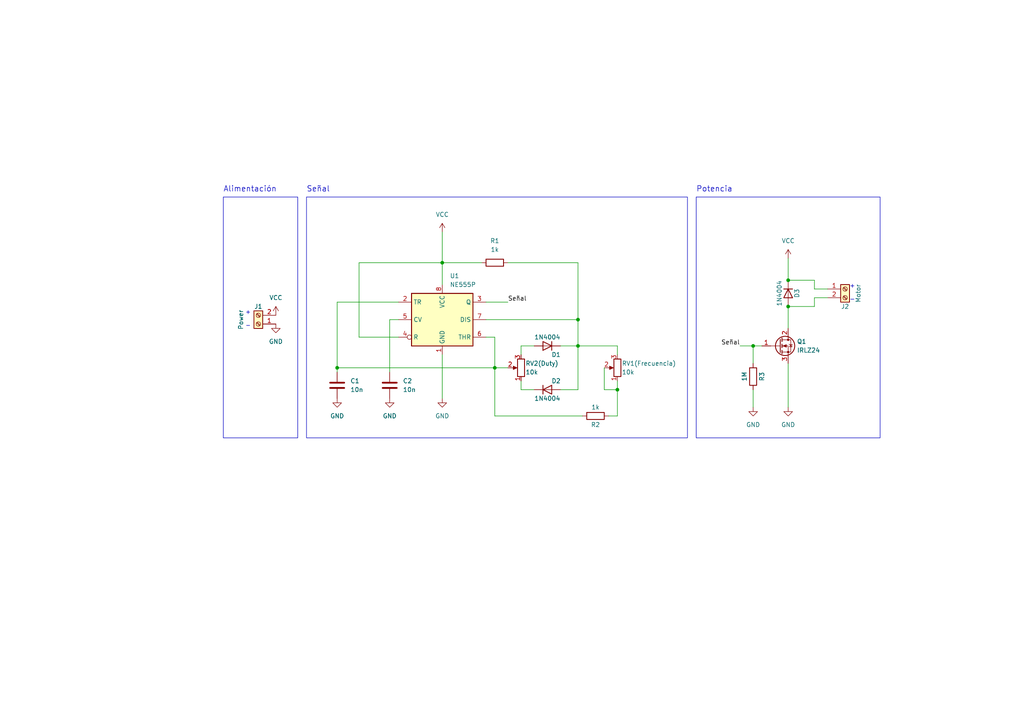
<source format=kicad_sch>
(kicad_sch (version 20230121) (generator eeschema)
  (paper "A4")
  (title_block (title "Control motor con señal cuadrada variable en frec. y duty") (date "2024-03-02") (rev "1.0") (comment 1 "Por: Alejandro Alonso Puig"))
  (lib_symbols
    (symbol "Connector:Screw_Terminal_01x02" (pin_names (offset 1.016) hide)
      (property "Reference" "J" (at 0 2.54 0))
      (property "Value" "Screw_Terminal_01x02" (at 0 -5.08 0))
      (symbol "Screw_Terminal_01x02_1_1"
        (rectangle (start -1.27 1.27) (end 1.27 -3.81) (stroke (width 0.254)) (fill (type background)))
        (circle (center 0 -2.54) (radius 0.635) (stroke (width 0.1524)))
        (polyline (pts (xy -0.5334 -2.2098) (xy 0.3302 -3.048)) (stroke (width 0.1524)))
        (polyline (pts (xy -0.5334 0.3302) (xy 0.3302 -0.508)) (stroke (width 0.1524)))
        (polyline (pts (xy -0.3556 -2.032) (xy 0.508 -2.8702)) (stroke (width 0.1524)))
        (polyline (pts (xy -0.3556 0.508) (xy 0.508 -0.3302)) (stroke (width 0.1524)))
        (circle (center 0 0) (radius 0.635) (stroke (width 0.1524)))
        (pin passive line (at -5.08 0 0) (length 3.81) (name "Pin_1") (number "1"))
        (pin passive line (at -5.08 -2.54 0) (length 3.81) (name "Pin_2") (number "2"))
      )
    )
    (symbol "Device:C" (pin_numbers hide) (pin_names (offset 0.254))
      (property "Reference" "C" (at 0.635 2.54 0))
      (property "Value" "C" (at 0.635 -2.54 0))
      (symbol "C_0_1"
        (polyline (pts (xy -2.032 -0.762) (xy 2.032 -0.762)) (stroke (width 0.508)))
        (polyline (pts (xy -2.032 0.762) (xy 2.032 0.762)) (stroke (width 0.508)))
      )
      (symbol "C_1_1"
        (pin passive line (at 0 3.81 270) (length 2.794) (name "~") (number "1"))
        (pin passive line (at 0 -3.81 90) (length 2.794) (name "~") (number "2"))
      )
    )
    (symbol "Device:R" (pin_numbers hide) (pin_names (offset 0))
      (property "Reference" "R" (at 2.032 0 90))
      (property "Value" "R" (at 0 0 90))
      (symbol "R_0_1"
        (rectangle (start -1.016 -2.54) (end 1.016 2.54) (stroke (width 0.254)))
      )
      (symbol "R_1_1"
        (pin passive line (at 0 3.81 270) (length 1.27) (name "~") (number "1"))
        (pin passive line (at 0 -3.81 90) (length 1.27) (name "~") (number "2"))
      )
    )
    (symbol "Device:R_Potentiometer" (pin_names (offset 1.016) hide)
      (property "Reference" "RV" (at -4.445 0 90))
      (property "Value" "R_Potentiometer" (at -2.54 0 90))
      (symbol "R_Potentiometer_0_1"
        (polyline (pts (xy 2.54 0) (xy 1.524 0)))
        (polyline (pts (xy 1.143 0) (xy 2.286 0.508) (xy 2.286 -0.508) (xy 1.143 0)) (fill (type outline)))
        (rectangle (start 1.016 2.54) (end -1.016 -2.54) (stroke (width 0.254)))
      )
      (symbol "R_Potentiometer_1_1"
        (pin passive line (at 0 3.81 270) (length 1.27) (name "1") (number "1"))
        (pin passive line (at 3.81 0 180) (length 1.27) (name "2") (number "2"))
        (pin passive line (at 0 -3.81 90) (length 1.27) (name "3") (number "3"))
      )
    )
    (symbol "Diode:1N4004" (pin_numbers hide) (pin_names hide)
      (property "Reference" "D" (at 0 2.54 0))
      (property "Value" "1N4004" (at 0 -2.54 0))
      (symbol "1N4004_0_1"
        (polyline (pts (xy -1.27 1.27) (xy -1.27 -1.27)) (stroke (width 0.254)))
        (polyline (pts (xy 1.27 0) (xy -1.27 0)))
        (polyline (pts (xy 1.27 1.27) (xy 1.27 -1.27) (xy -1.27 0) (xy 1.27 1.27)) (stroke (width 0.254)))
      )
      (symbol "1N4004_1_1"
        (pin passive line (at -3.81 0 0) (length 2.54) (name "K") (number "1"))
        (pin passive line (at 3.81 0 180) (length 2.54) (name "A") (number "2"))
      )
    )
    (symbol "Timer:NE555P"
      (property "Reference" "U" (at -10.16 8.89 0))
      (property "Value" "NE555P" (at 2.54 8.89 0))
      (symbol "NE555P_0_0"
        (pin power_in line (at 0 -10.16 90) (length 2.54) (name "GND") (number "1"))
        (pin power_in line (at 0 10.16 270) (length 2.54) (name "VCC") (number "8"))
      )
      (symbol "NE555P_0_1"
        (rectangle (start -8.89 -7.62) (end 8.89 7.62) (stroke (width 0.254)) (fill (type background)))
        (rectangle (start -8.89 -7.62) (end 8.89 7.62) (stroke (width 0.254)) (fill (type background)))
      )
      (symbol "NE555P_1_1"
        (pin input line (at -12.7 5.08 0) (length 3.81) (name "TR") (number "2"))
        (pin output line (at 12.7 5.08 180) (length 3.81) (name "Q") (number "3"))
        (pin input inverted (at -12.7 -5.08 0) (length 3.81) (name "R") (number "4"))
        (pin input line (at -12.7 0 0) (length 3.81) (name "CV") (number "5"))
        (pin input line (at 12.7 -5.08 180) (length 3.81) (name "THR") (number "6"))
        (pin input line (at 12.7 0 180) (length 3.81) (name "DIS") (number "7"))
      )
    )
    (symbol "Transistor_FET:IRLZ24" (pin_names hide)
      (property "Reference" "Q" (at 6.35 1.905 0))
      (property "Value" "IRLZ24" (at 6.35 0 0))
      (symbol "IRLZ24_0_1"
        (polyline (pts (xy 0.254 0) (xy -2.54 0)))
        (polyline (pts (xy 0.254 1.905) (xy 0.254 -1.905)) (stroke (width 0.254)))
        (polyline (pts (xy 0.762 -1.27) (xy 0.762 -2.286)) (stroke (width 0.254)))
        (polyline (pts (xy 0.762 0.508) (xy 0.762 -0.508)) (stroke (width 0.254)))
        (polyline (pts (xy 0.762 2.286) (xy 0.762 1.27)) (stroke (width 0.254)))
        (polyline (pts (xy 2.54 2.54) (xy 2.54 1.778)))
        (polyline (pts (xy 2.54 -2.54) (xy 2.54 0) (xy 0.762 0)))
        (polyline (pts (xy 0.762 -1.778) (xy 3.302 -1.778) (xy 3.302 1.778) (xy 0.762 1.778)))
        (polyline (pts (xy 1.016 0) (xy 2.032 0.381) (xy 2.032 -0.381) (xy 1.016 0)) (fill (type outline)))
        (polyline (pts (xy 2.794 0.508) (xy 2.921 0.381) (xy 3.683 0.381) (xy 3.81 0.254)))
        (polyline (pts (xy 3.302 0.381) (xy 2.921 -0.254) (xy 3.683 -0.254) (xy 3.302 0.381)))
        (circle (center 1.651 0) (radius 2.794) (stroke (width 0.254)))
        (circle (center 2.54 -1.778) (radius 0.254) (fill (type outline)))
        (circle (center 2.54 1.778) (radius 0.254) (fill (type outline)))
      )
      (symbol "IRLZ24_1_1"
        (pin input line (at -5.08 0 0) (length 2.54) (name "G") (number "1"))
        (pin passive line (at 2.54 5.08 270) (length 2.54) (name "D") (number "2"))
        (pin passive line (at 2.54 -5.08 90) (length 2.54) (name "S") (number "3"))
      )
    )
    (symbol "power:GND" (power) (pin_names (offset 0))
      (property "Value" "GND" (at 0 -3.81 0))
      (symbol "GND_0_1"
        (polyline (pts (xy 0 0) (xy 0 -1.27) (xy 1.27 -1.27) (xy 0 -2.54) (xy -1.27 -1.27) (xy 0 -1.27)))
      )
      (symbol "GND_1_1"
        (pin power_in line (at 0 0 270) (length 0) hide (name "GND") (number "1"))
      )
    )
    (symbol "power:VCC" (power) (pin_names (offset 0))
      (property "Value" "VCC" (at 0 3.81 0))
      (symbol "VCC_0_1"
        (polyline (pts (xy -0.762 1.27) (xy 0 2.54)))
        (polyline (pts (xy 0 0) (xy 0 2.54)))
        (polyline (pts (xy 0 2.54) (xy 0.762 1.27)))
      )
      (symbol "VCC_1_1"
        (pin power_in line (at 0 0 90) (length 0) hide (name "VCC") (number "1"))
      )
    )
  )
  (junction (at 167.64 100.33))
  (junction (at 143.51 106.68))
  (junction (at 228.6 88.9))
  (junction (at 179.07 113.03))
  (junction (at 128.27 76.2))
  (junction (at 167.64 92.71))
  (junction (at 228.6 81.28))
  (junction (at 97.79 106.68))
  (junction (at 218.44 100.33))
  (wire (pts (xy 97.79 87.63) (xy 115.57 87.63)))
  (wire (pts (xy 154.94 113.03) (xy 151.13 113.03)))
  (wire (pts (xy 175.26 106.68) (xy 175.26 113.03)))
  (wire (pts (xy 218.44 113.03) (xy 218.44 118.11)))
  (wire (pts (xy 143.51 97.79) (xy 143.51 106.68)))
  (wire (pts (xy 218.44 100.33) (xy 218.44 105.41)))
  (wire (pts (xy 168.91 120.65) (xy 143.51 120.65)))
  (wire (pts (xy 128.27 102.87) (xy 128.27 115.57)))
  (wire (pts (xy 140.97 92.71) (xy 167.64 92.71)))
  (wire (pts (xy 240.03 86.36) (xy 236.22 86.36)))
  (wire (pts (xy 167.64 113.03) (xy 162.56 113.03)))
  (wire (pts (xy 236.22 88.9) (xy 228.6 88.9)))
  (wire (pts (xy 115.57 92.71) (xy 113.03 92.71)))
  (wire (pts (xy 147.32 76.2) (xy 167.64 76.2)))
  (wire (pts (xy 228.6 74.93) (xy 228.6 81.28)))
  (wire (pts (xy 240.03 83.82) (xy 236.22 83.82)))
  (wire (pts (xy 113.03 92.71) (xy 113.03 107.95)))
  (wire (pts (xy 128.27 67.31) (xy 128.27 76.2)))
  (wire (pts (xy 220.98 100.33) (xy 218.44 100.33)))
  (wire (pts (xy 214.63 100.33) (xy 218.44 100.33)))
  (wire (pts (xy 167.64 76.2) (xy 167.64 92.71)))
  (wire (pts (xy 179.07 113.03) (xy 175.26 113.03)))
  (wire (pts (xy 151.13 100.33) (xy 154.94 100.33)))
  (wire (pts (xy 97.79 106.68) (xy 97.79 87.63)))
  (wire (pts (xy 143.51 106.68) (xy 143.51 120.65)))
  (wire (pts (xy 128.27 76.2) (xy 128.27 82.55)))
  (wire (pts (xy 104.14 97.79) (xy 104.14 76.2)))
  (wire (pts (xy 162.56 100.33) (xy 167.64 100.33)))
  (wire (pts (xy 236.22 83.82) (xy 236.22 81.28)))
  (wire (pts (xy 104.14 76.2) (xy 128.27 76.2)))
  (wire (pts (xy 140.97 97.79) (xy 143.51 97.79)))
  (wire (pts (xy 179.07 110.49) (xy 179.07 113.03)))
  (wire (pts (xy 147.32 87.63) (xy 140.97 87.63)))
  (wire (pts (xy 179.07 113.03) (xy 179.07 120.65)))
  (wire (pts (xy 128.27 76.2) (xy 139.7 76.2)))
  (wire (pts (xy 167.64 100.33) (xy 179.07 100.33)))
  (wire (pts (xy 228.6 88.9) (xy 228.6 95.25)))
  (wire (pts (xy 228.6 118.11) (xy 228.6 105.41)))
  (wire (pts (xy 97.79 106.68) (xy 143.51 106.68)))
  (wire (pts (xy 236.22 81.28) (xy 228.6 81.28)))
  (wire (pts (xy 151.13 102.87) (xy 151.13 100.33)))
  (wire (pts (xy 115.57 97.79) (xy 104.14 97.79)))
  (wire (pts (xy 167.64 113.03) (xy 167.64 100.33)))
  (wire (pts (xy 236.22 86.36) (xy 236.22 88.9)))
  (wire (pts (xy 167.64 92.71) (xy 167.64 100.33)))
  (wire (pts (xy 151.13 113.03) (xy 151.13 110.49)))
  (wire (pts (xy 176.53 120.65) (xy 179.07 120.65)))
  (wire (pts (xy 97.79 107.95) (xy 97.79 106.68)))
  (wire (pts (xy 143.51 106.68) (xy 147.32 106.68)))
  (wire (pts (xy 179.07 102.87) (xy 179.07 100.33)))
  (rectangle (start 88.9 57.15) (end 199.39 127))
  (rectangle (start 64.77 57.15) (end 86.36 127))
  (rectangle (start 201.93 57.15) (end 255.27 127))
  (text "Alimentación" (at 64.77 55.88 0) (effects (font (size 1.6 1.6)) (justify left bottom)))
  (text "Potencia" (at 201.93 55.88 0) (effects (font (size 1.6 1.6)) (justify left bottom)))
  (text "+\n\n-" (at 71.12 95.25 0) (effects (font (size 1.2 1.2)) (justify left bottom)))
  (text "+\n\n-" (at 246.38 87.63 0) (effects (font (size 1.2 1.2)) (justify left bottom)))
  (text "Señal" (at 88.9 55.88 0) (effects (font (size 1.6 1.6)) (justify left bottom)))
  (label "Señal" (at 147.32 87.63 0))
  (label "Señal" (at 214.63 100.33 180))
  (symbol (lib_id "Diode:1N4004") (at 228.6 85.09 270) (unit 1)
    (property "Reference" "D3" (at 231.14 85.09 0))
    (property "Value" "1N4004" (at 226.06 85.09 0))
    (property "Footprint" "Diode_THT:D_DO-41_SOD81_P10.16mm_Horizontal" (effects hide))
    (property "Datasheet" "http://www.vishay.com/docs/88503/1n4001.pdf" (effects hide))
    (property "Sim.Device" "D" (effects hide))
    (property "Sim.Pins" "1=K 2=A" (effects hide))
  )
  (symbol (lib_id "Transistor_FET:IRLZ24") (at 226.06 100.33 0) (unit 1)
    (property "Reference" "Q1" (at 231.14 99.06 0) (effects (justify left)))
    (property "Value" "IRLZ24" (at 231.14 101.6 0) (effects (justify left)))
    (property "Footprint" "Package_TO_SOT_THT:TO-220-3_Vertical" (effects hide))
    (property "Datasheet" "https://www.vishay.com/docs/91326/sihlz24.pdf" (effects hide))
  )
  (symbol (lib_id "Device:R_Potentiometer") (at 179.07 106.68 180) (unit 1)
    (property "Reference" "RV1(Frecuencia)" (at 180.34 105.41 0) (effects (justify right)))
    (property "Value" "10k" (at 180.34 107.95 0) (effects (justify right)))
    (property "Footprint" "Potentiometer_THT:Potentiometer_Bourns_3296W_Vertical" (effects hide))
  )
  (symbol (lib_id "power:GND") (at 97.79 115.57 0) (unit 1)
    (property "Reference" "#PWR03" (effects hide))
    (property "Value" "GND" (at 97.79 120.65 0))
  )
  (symbol (lib_id "power:VCC") (at 80.01 91.44 0) (unit 1)
    (property "Reference" "#PWR06" (effects hide))
    (property "Value" "VCC" (at 80.01 86.36 0))
  )
  (symbol (lib_id "Device:R") (at 172.72 120.65 270) (unit 1)
    (property "Reference" "R2" (at 172.72 123.19 90))
    (property "Value" "1k" (at 172.72 118.11 90))
    (property "Footprint" "Resistor_THT:R_Axial_DIN0207_L6.3mm_D2.5mm_P10.16mm_Horizontal" (effects hide))
  )
  (symbol (lib_id "Device:R") (at 143.51 76.2 270) (unit 1)
    (property "Reference" "R1" (at 143.51 69.85 90))
    (property "Value" "1k" (at 143.51 72.39 90))
    (property "Footprint" "Resistor_THT:R_Axial_DIN0207_L6.3mm_D2.5mm_P10.16mm_Horizontal" (effects hide))
  )
  (symbol (lib_id "Diode:1N4004") (at 158.75 113.03 0) (unit 1)
    (property "Reference" "D2" (at 161.29 110.49 0))
    (property "Value" "1N4004" (at 158.75 115.57 0))
    (property "Footprint" "Diode_THT:D_DO-41_SOD81_P10.16mm_Horizontal" (effects hide))
    (property "Datasheet" "http://www.vishay.com/docs/88503/1n4001.pdf" (effects hide))
    (property "Sim.Device" "D" (effects hide))
    (property "Sim.Pins" "1=K 2=A" (effects hide))
  )
  (symbol (lib_id "Device:C") (at 113.03 111.76 0) (unit 1)
    (property "Reference" "C2" (at 116.84 110.49 0) (effects (justify left)))
    (property "Value" "10n" (at 116.84 113.03 0) (effects (justify left)))
    (property "Footprint" "Capacitor_THT:C_Disc_D7.5mm_W2.5mm_P5.00mm" (effects hide))
  )
  (symbol (lib_id "power:GND") (at 228.6 118.11 0) (unit 1)
    (property "Reference" "#PWR07" (effects hide))
    (property "Value" "GND" (at 228.6 123.19 0))
  )
  (symbol (lib_id "Timer:NE555P") (at 128.27 92.71 0) (unit 1)
    (property "Reference" "U1" (at 130.4641 80.01 0) (effects (justify left)))
    (property "Value" "NE555P" (at 130.4641 82.55 0) (effects (justify left)))
    (property "Footprint" "Package_DIP:DIP-8_W7.62mm" (effects hide))
    (property "Datasheet" "http://www.ti.com/lit/ds/symlink/ne555.pdf" (effects hide))
  )
  (symbol (lib_id "Device:C") (at 97.79 111.76 0) (unit 1)
    (property "Reference" "C1" (at 101.6 110.49 0) (effects (justify left)))
    (property "Value" "10n" (at 101.6 113.03 0) (effects (justify left)))
    (property "Footprint" "Capacitor_THT:C_Disc_D7.5mm_W2.5mm_P5.00mm" (effects hide))
  )
  (symbol (lib_id "Connector:Screw_Terminal_01x02") (at 245.11 83.82 0) (unit 1)
    (property "Reference" "J2" (at 245.11 88.9 0))
    (property "Value" "Motor" (at 248.92 85.09 90))
    (property "Footprint" "TerminalBlock_Phoenix:TerminalBlock_Phoenix_MKDS-1,5-2_1x02_P5.00mm_Horizontal" (effects hide))
  )
  (symbol (lib_id "Device:R") (at 218.44 109.22 0) (unit 1)
    (property "Reference" "R3" (at 220.98 109.22 90))
    (property "Value" "1M" (at 215.9 109.22 90))
    (property "Footprint" "Resistor_THT:R_Axial_DIN0207_L6.3mm_D2.5mm_P10.16mm_Horizontal" (effects hide))
  )
  (symbol (lib_id "power:GND") (at 113.03 115.57 0) (unit 1)
    (property "Reference" "#PWR04" (effects hide))
    (property "Value" "GND" (at 113.03 120.65 0))
  )
  (symbol (lib_id "power:GND") (at 80.01 93.98 0) (unit 1)
    (property "Reference" "#PWR05" (effects hide))
    (property "Value" "GND" (at 80.01 99.06 0))
  )
  (symbol (lib_id "power:GND") (at 218.44 118.11 0) (unit 1)
    (property "Reference" "#PWR08" (effects hide))
    (property "Value" "GND" (at 218.44 123.19 0))
  )
  (symbol (lib_id "power:VCC") (at 128.27 67.31 0) (unit 1)
    (property "Reference" "#PWR02" (effects hide))
    (property "Value" "VCC" (at 128.27 62.23 0))
  )
  (symbol (lib_id "Diode:1N4004") (at 158.75 100.33 180) (unit 1)
    (property "Reference" "D1" (at 161.29 102.87 0))
    (property "Value" "1N4004" (at 158.75 97.79 0))
    (property "Footprint" "Diode_THT:D_DO-41_SOD81_P10.16mm_Horizontal" (effects hide))
    (property "Datasheet" "http://www.vishay.com/docs/88503/1n4001.pdf" (effects hide))
    (property "Sim.Device" "D" (effects hide))
    (property "Sim.Pins" "1=K 2=A" (effects hide))
  )
  (symbol (lib_id "power:VCC") (at 228.6 74.93 0) (unit 1)
    (property "Reference" "#PWR09" (effects hide))
    (property "Value" "VCC" (at 228.6 69.85 0))
  )
  (symbol (lib_id "Connector:Screw_Terminal_01x02") (at 74.93 93.98 180) (unit 1)
    (property "Reference" "J1" (at 74.93 88.9 0))
    (property "Value" "Power" (at 69.85 92.71 90))
    (property "Footprint" "TerminalBlock_Phoenix:TerminalBlock_Phoenix_MKDS-1,5-2_1x02_P5.00mm_Horizontal" (effects hide))
  )
  (symbol (lib_id "Device:R_Potentiometer") (at 151.13 106.68 180) (unit 1)
    (property "Reference" "RV2(Duty)" (at 152.4 105.41 0) (effects (justify right)))
    (property "Value" "10k" (at 152.4 107.95 0) (effects (justify right)))
    (property "Footprint" "Potentiometer_THT:Potentiometer_Bourns_3296W_Vertical" (effects hide))
  )
  (symbol (lib_id "power:GND") (at 128.27 115.57 0) (unit 1)
    (property "Reference" "#PWR01" (effects hide))
    (property "Value" "GND" (at 128.27 120.65 0))
  )
)
</source>
